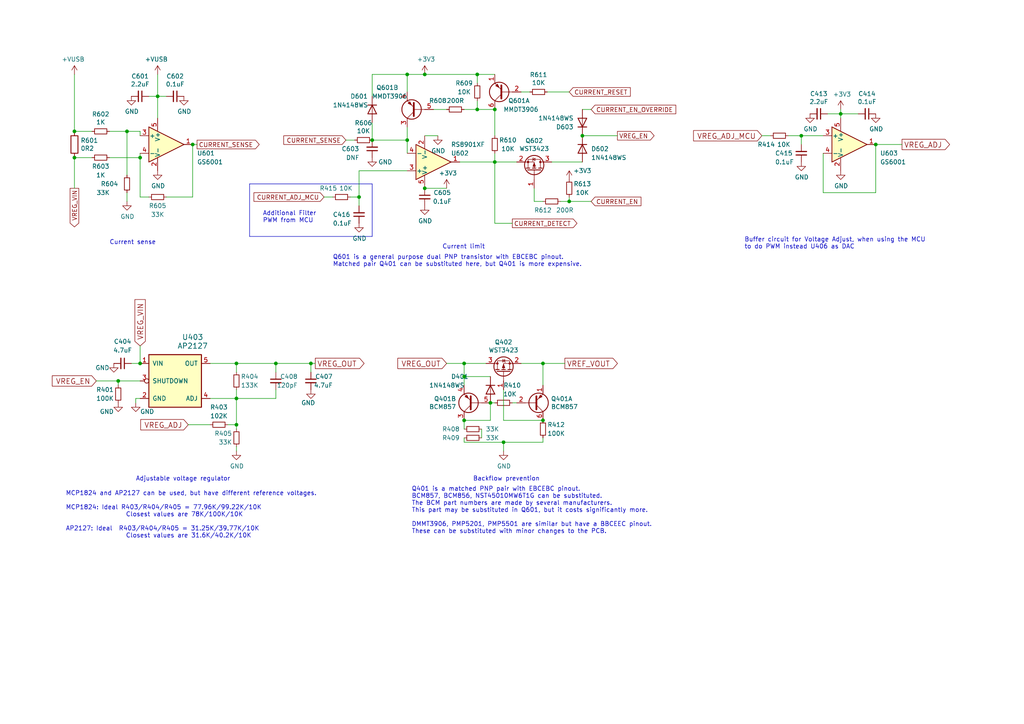
<source format=kicad_sch>
(kicad_sch (version 20230121) (generator eeschema)
  (paper "A4")
  (lib_symbols
    (symbol "Amplifier_Operational:MCP6001-OT" (pin_names (offset 0.127))
      (property "Reference" "U" (at -1.27 6.35 0))
      (property "Value" "MCP6001-OT" (at -1.27 3.81 0))
      (symbol "MCP6001-OT_0_1"
        (polyline (pts (xy -5.08 5.08) (xy 5.08 0) (xy -5.08 -5.08) (xy -5.08 5.08)) (stroke (width 0.254)) (fill (type background)))
        (pin power_in line (at -2.54 -7.62 90) (length 3.81) (name "V-") (number "2"))
        (pin power_in line (at -2.54 7.62 270) (length 3.81) (name "V+") (number "5"))
      )
      (symbol "MCP6001-OT_1_1"
        (pin output line (at 7.62 0 180) (length 2.54) (name "~") (number "1"))
        (pin input line (at -7.62 2.54 0) (length 2.54) (name "+") (number "3"))
        (pin input line (at -7.62 -2.54 0) (length 2.54) (name "-") (number "4"))
      )
    )
    (symbol "Amplifier_Operational:MCP6001x-LT" (pin_names (offset 0.127))
      (property "Reference" "U" (at -1.27 6.35 0))
      (property "Value" "MCP6001x-LT" (at -1.27 3.81 0))
      (symbol "MCP6001x-LT_0_1"
        (polyline (pts (xy -5.08 5.08) (xy 5.08 0) (xy -5.08 -5.08) (xy -5.08 5.08)) (stroke (width 0.254)) (fill (type background)))
        (pin power_in line (at -2.54 -7.62 90) (length 3.81) (name "V-") (number "2"))
        (pin power_in line (at -2.54 7.62 270) (length 3.81) (name "V+") (number "5"))
      )
      (symbol "MCP6001x-LT_1_1"
        (pin output line (at 7.62 0 180) (length 2.54) (name "~") (number "1"))
        (pin input line (at -7.62 2.54 0) (length 2.54) (name "+") (number "3"))
        (pin input line (at -7.62 -2.54 0) (length 2.54) (name "-") (number "4"))
      )
    )
    (symbol "BusPirate-5-rev8-rescue:+3.3V-power" (power) (pin_names (offset 0))
      (property "Value" "+3.3V-power" (at 0 3.556 0))
      (symbol "+3.3V-power_0_1"
        (polyline (pts (xy -0.762 1.27) (xy 0 2.54)))
        (polyline (pts (xy 0 0) (xy 0 2.54)))
        (polyline (pts (xy 0 2.54) (xy 0.762 1.27)))
      )
      (symbol "+3.3V-power_1_1"
        (pin power_in line (at 0 0 90) (length 0) hide (name "+3V3") (number "1"))
      )
    )
    (symbol "BusPirate-5-rev8-rescue:+VUSB-dp-power" (power) (pin_names (offset 1.016))
      (property "Value" "+VUSB-dp-power" (at 0 5.08 0))
      (symbol "+VUSB-dp-power_0_1"
        (polyline (pts (xy 0 0) (xy 0 2.54)))
        (polyline (pts (xy 0 2.54) (xy -0.762 1.27)))
        (polyline (pts (xy 0 2.54) (xy 0.762 1.27)))
      )
      (symbol "+VUSB-dp-power_1_1"
        (pin power_in line (at 0 0 90) (length 0) hide (name "+VUSB") (number "1"))
      )
    )
    (symbol "BusPirate-5-rev8-rescue:MCP1824-dp-vreg" (pin_names (offset 1.016))
      (property "Reference" "U" (at 0 12.7 0))
      (property "Value" "dp-vreg_MCP1824" (at 0 10.16 0))
      (symbol "MCP1824-dp-vreg_0_1"
        (rectangle (start -7.62 7.62) (end 7.62 -7.62) (stroke (width 0.3048)) (fill (type background)))
      )
      (symbol "MCP1824-dp-vreg_1_1"
        (pin input line (at -10.16 5.08 0) (length 2.54) (name "VIN") (number "1"))
        (pin input line (at -10.16 -5.08 0) (length 2.54) (name "GND") (number "2"))
        (pin input inverted (at -10.16 0 0) (length 2.54) (name "SHUTDOWN") (number "3"))
        (pin input line (at 10.16 -5.08 180) (length 2.54) (name "ADJ") (number "4"))
        (pin power_out line (at 10.16 5.08 180) (length 2.54) (name "OUT") (number "5"))
      )
    )
    (symbol "BusPirate-5-rev8-rescue:Q_DUAL_PNP_PNP_E1B1C2E2B2C1-kicad5-device" (pin_names (offset 0) hide)
      (property "Reference" "Q" (at 5.08 1.27 0))
      (property "Value" "kicad5-device_Q_DUAL_PNP_PNP_E1B1C2E2B2C1" (at 5.08 -1.27 0))
      (symbol "Q_DUAL_PNP_PNP_E1B1C2E2B2C1-kicad5-device_0_1"
        (polyline (pts (xy 0.635 0) (xy -2.54 0)))
        (polyline (pts (xy 0.635 0.635) (xy 2.54 2.54)))
        (polyline (pts (xy 0.635 -0.635) (xy 2.54 -2.54) (xy 2.54 -2.54)))
        (polyline (pts (xy 0.635 1.905) (xy 0.635 -1.905) (xy 0.635 -1.905)) (stroke (width 0.508)))
        (polyline (pts (xy 2.286 -1.778) (xy 1.778 -2.286) (xy 1.27 -1.27) (xy 2.286 -1.778) (xy 2.286 -1.778)) (fill (type outline)))
        (circle (center 1.27 0) (radius 2.8194) (stroke (width 0.254)))
      )
      (symbol "Q_DUAL_PNP_PNP_E1B1C2E2B2C1-kicad5-device_1_1"
        (pin passive line (at 2.54 -5.08 90) (length 2.54) (name "E1") (number "1"))
        (pin input line (at -5.08 0 0) (length 2.54) (name "B1") (number "2"))
        (pin passive line (at 2.54 5.08 270) (length 2.54) (name "C1") (number "6"))
      )
      (symbol "Q_DUAL_PNP_PNP_E1B1C2E2B2C1-kicad5-device_2_1"
        (pin passive line (at 2.54 5.08 270) (length 2.54) (name "C2") (number "3"))
        (pin passive line (at 2.54 -5.08 90) (length 2.54) (name "E2") (number "4"))
        (pin input line (at -5.08 0 0) (length 2.54) (name "B2") (number "5"))
      )
    )
    (symbol "Device:C_Small" (pin_numbers hide) (pin_names (offset 0.254) hide)
      (property "Reference" "C" (at 0.254 1.778 0))
      (property "Value" "C_Small" (at 0.254 -2.032 0))
      (symbol "C_Small_0_1"
        (polyline (pts (xy -1.524 -0.508) (xy 1.524 -0.508)) (stroke (width 0.3302)))
        (polyline (pts (xy -1.524 0.508) (xy 1.524 0.508)) (stroke (width 0.3048)))
      )
      (symbol "C_Small_1_1"
        (pin passive line (at 0 2.54 270) (length 2.032) (name "~") (number "1"))
        (pin passive line (at 0 -2.54 90) (length 2.032) (name "~") (number "2"))
      )
    )
    (symbol "Device:R" (pin_numbers hide) (pin_names (offset 0))
      (property "Reference" "R" (at 2.032 0 90))
      (property "Value" "R" (at 0 0 90))
      (symbol "R_0_1"
        (rectangle (start -1.016 -2.54) (end 1.016 2.54) (stroke (width 0.254)))
      )
      (symbol "R_1_1"
        (pin passive line (at 0 3.81 270) (length 1.27) (name "~") (number "1"))
        (pin passive line (at 0 -3.81 90) (length 1.27) (name "~") (number "2"))
      )
    )
    (symbol "Device:R_Small" (pin_numbers hide) (pin_names (offset 0.254) hide)
      (property "Reference" "R" (at 0.762 0.508 0))
      (property "Value" "R_Small" (at 0.762 -1.016 0))
      (symbol "R_Small_0_1"
        (rectangle (start -0.762 1.778) (end 0.762 -1.778) (stroke (width 0.2032)))
      )
      (symbol "R_Small_1_1"
        (pin passive line (at 0 2.54 270) (length 0.762) (name "~") (number "1"))
        (pin passive line (at 0 -2.54 90) (length 0.762) (name "~") (number "2"))
      )
    )
    (symbol "Diode:1N4148WS" (pin_numbers hide) (pin_names hide)
      (property "Reference" "D" (at 0 2.54 0))
      (property "Value" "1N4148WS" (at 0 -2.54 0))
      (symbol "1N4148WS_0_1"
        (polyline (pts (xy -1.27 1.27) (xy -1.27 -1.27)) (stroke (width 0.254)))
        (polyline (pts (xy 1.27 0) (xy -1.27 0)))
        (polyline (pts (xy 1.27 1.27) (xy 1.27 -1.27) (xy -1.27 0) (xy 1.27 1.27)) (stroke (width 0.254)))
      )
      (symbol "1N4148WS_1_1"
        (pin passive line (at -3.81 0 0) (length 2.54) (name "K") (number "1"))
        (pin passive line (at 3.81 0 180) (length 2.54) (name "A") (number "2"))
      )
    )
    (symbol "Transistor_FET:AO3401A" (pin_names hide)
      (property "Reference" "Q" (at 5.08 1.905 0))
      (property "Value" "AO3401A" (at 5.08 0 0))
      (symbol "AO3401A_0_1"
        (polyline (pts (xy 0.254 0) (xy -2.54 0)))
        (polyline (pts (xy 0.254 1.905) (xy 0.254 -1.905)) (stroke (width 0.254)))
        (polyline (pts (xy 0.762 -1.27) (xy 0.762 -2.286)) (stroke (width 0.254)))
        (polyline (pts (xy 0.762 0.508) (xy 0.762 -0.508)) (stroke (width 0.254)))
        (polyline (pts (xy 0.762 2.286) (xy 0.762 1.27)) (stroke (width 0.254)))
        (polyline (pts (xy 2.54 2.54) (xy 2.54 1.778)))
        (polyline (pts (xy 2.54 -2.54) (xy 2.54 0) (xy 0.762 0)))
        (polyline (pts (xy 0.762 1.778) (xy 3.302 1.778) (xy 3.302 -1.778) (xy 0.762 -1.778)))
        (polyline (pts (xy 2.286 0) (xy 1.27 0.381) (xy 1.27 -0.381) (xy 2.286 0)) (fill (type outline)))
        (polyline (pts (xy 2.794 -0.508) (xy 2.921 -0.381) (xy 3.683 -0.381) (xy 3.81 -0.254)))
        (polyline (pts (xy 3.302 -0.381) (xy 2.921 0.254) (xy 3.683 0.254) (xy 3.302 -0.381)))
        (circle (center 1.651 0) (radius 2.794) (stroke (width 0.254)))
        (circle (center 2.54 -1.778) (radius 0.254) (fill (type outline)))
        (circle (center 2.54 1.778) (radius 0.254) (fill (type outline)))
      )
      (symbol "AO3401A_1_1"
        (pin input line (at -5.08 0 0) (length 2.54) (name "G") (number "1"))
        (pin passive line (at 2.54 -5.08 90) (length 2.54) (name "S") (number "2"))
        (pin passive line (at 2.54 5.08 270) (length 2.54) (name "D") (number "3"))
      )
    )
    (symbol "power:GND" (power) (pin_names (offset 0))
      (property "Value" "GND" (at 0 -3.81 0))
      (symbol "GND_0_1"
        (polyline (pts (xy 0 0) (xy 0 -1.27) (xy 1.27 -1.27) (xy 0 -2.54) (xy -1.27 -1.27) (xy 0 -1.27)))
      )
      (symbol "GND_1_1"
        (pin power_in line (at 0 0 270) (length 0) hide (name "GND") (number "1"))
      )
    )
  )
  (junction (at 68.58 115.57))
  (junction (at 168.91 39.37))
  (junction (at 138.43 21.59))
  (junction (at 123.19 54.61))
  (junction (at 40.64 105.41))
  (junction (at 123.19 21.59))
  (junction (at 134.62 105.41))
  (junction (at 138.43 31.75))
  (junction (at 80.01 105.41))
  (junction (at 118.11 21.59))
  (junction (at 36.83 38.1))
  (junction (at 157.48 121.92))
  (junction (at 34.29 110.49))
  (junction (at 254 41.91))
  (junction (at 243.84 33.02))
  (junction (at 118.11 40.64))
  (junction (at 157.48 105.41))
  (junction (at 134.62 109.22))
  (junction (at 45.72 27.94))
  (junction (at 21.59 45.72))
  (junction (at 143.51 31.75))
  (junction (at 55.88 41.91))
  (junction (at 21.59 38.1))
  (junction (at 232.41 39.37))
  (junction (at 104.14 57.15))
  (junction (at 40.64 45.72))
  (junction (at 165.1 58.42))
  (junction (at 68.58 105.41))
  (junction (at 68.58 123.19))
  (junction (at 107.95 40.64))
  (junction (at 90.17 105.41))
  (junction (at 134.62 121.92))
  (junction (at 142.24 116.84))
  (junction (at 146.05 128.27))
  (junction (at 143.51 46.99))
  (wire (pts (xy 243.84 33.02) (xy 248.92 33.02)))
  (wire (pts (xy 54.61 123.19) (xy 60.96 123.19)))
  (wire (pts (xy 157.48 105.41) (xy 163.83 105.41)))
  (wire (pts (xy 238.76 44.45) (xy 238.76 55.88)))
  (wire (pts (xy 165.1 26.67) (xy 158.75 26.67)))
  (wire (pts (xy 104.14 49.53) (xy 104.14 57.15)))
  (wire (pts (xy 80.01 107.95) (xy 80.01 105.41)))
  (wire (pts (xy 238.76 55.88) (xy 254 55.88)))
  (wire (pts (xy 143.51 116.84) (xy 142.24 116.84)))
  (wire (pts (xy 148.59 116.84) (xy 149.86 116.84)))
  (wire (pts (xy 138.43 21.59) (xy 143.51 21.59)))
  (wire (pts (xy 261.62 41.91) (xy 254 41.91)))
  (wire (pts (xy 34.29 110.49) (xy 27.94 110.49)))
  (wire (pts (xy 45.72 27.94) (xy 48.26 27.94)))
  (wire (pts (xy 118.11 36.83) (xy 118.11 40.64)))
  (wire (pts (xy 157.48 121.92) (xy 146.05 121.92)))
  (wire (pts (xy 243.84 31.75) (xy 243.84 33.02)))
  (wire (pts (xy 123.19 21.59) (xy 118.11 21.59)))
  (wire (pts (xy 165.1 58.42) (xy 162.56 58.42)))
  (wire (pts (xy 123.19 54.61) (xy 129.54 54.61)))
  (wire (pts (xy 129.54 105.41) (xy 134.62 105.41)))
  (wire (pts (xy 134.62 111.76) (xy 134.62 109.22)))
  (wire (pts (xy 143.51 39.37) (xy 143.51 31.75)))
  (wire (pts (xy 123.19 39.37) (xy 127 39.37)))
  (wire (pts (xy 40.64 110.49) (xy 34.29 110.49)))
  (wire (pts (xy 68.58 124.46) (xy 68.58 123.19)))
  (wire (pts (xy 157.48 127) (xy 157.48 128.27)))
  (wire (pts (xy 45.72 27.94) (xy 45.72 21.59)))
  (wire (pts (xy 60.96 115.57) (xy 68.58 115.57)))
  (wire (pts (xy 153.67 26.67) (xy 151.13 26.67)))
  (wire (pts (xy 134.62 121.92) (xy 134.62 124.46)))
  (wire (pts (xy 31.75 38.1) (xy 36.83 38.1)))
  (wire (pts (xy 148.59 64.77) (xy 143.51 64.77)))
  (wire (pts (xy 102.87 40.64) (xy 100.33 40.64)))
  (wire (pts (xy 118.11 26.67) (xy 118.11 21.59)))
  (wire (pts (xy 134.62 127) (xy 134.62 128.27)))
  (wire (pts (xy 129.54 31.75) (xy 125.73 31.75)))
  (polyline (pts (xy 107.95 68.58) (xy 72.39 68.58)))
  (wire (pts (xy 40.64 38.1) (xy 40.64 39.37)))
  (wire (pts (xy 36.83 50.8) (xy 36.83 38.1)))
  (wire (pts (xy 171.45 31.75) (xy 168.91 31.75)))
  (wire (pts (xy 143.51 46.99) (xy 143.51 44.45)))
  (wire (pts (xy 243.84 34.29) (xy 243.84 33.02)))
  (wire (pts (xy 123.19 21.59) (xy 138.43 21.59)))
  (wire (pts (xy 45.72 27.94) (xy 45.72 34.29)))
  (wire (pts (xy 39.37 115.57) (xy 39.37 116.84)))
  (wire (pts (xy 133.35 46.99) (xy 143.51 46.99)))
  (wire (pts (xy 68.58 123.19) (xy 68.58 115.57)))
  (wire (pts (xy 157.48 128.27) (xy 146.05 128.27)))
  (wire (pts (xy 80.01 115.57) (xy 80.01 113.03)))
  (wire (pts (xy 43.18 27.94) (xy 45.72 27.94)))
  (wire (pts (xy 223.52 39.37) (xy 220.98 39.37)))
  (wire (pts (xy 68.58 115.57) (xy 68.58 113.03)))
  (wire (pts (xy 40.64 57.15) (xy 40.64 45.72)))
  (wire (pts (xy 232.41 39.37) (xy 228.6 39.37)))
  (wire (pts (xy 66.04 123.19) (xy 68.58 123.19)))
  (wire (pts (xy 26.67 38.1) (xy 21.59 38.1)))
  (wire (pts (xy 179.07 39.37) (xy 168.91 39.37)))
  (wire (pts (xy 90.17 105.41) (xy 90.17 107.95)))
  (wire (pts (xy 157.48 105.41) (xy 157.48 111.76)))
  (wire (pts (xy 40.64 45.72) (xy 31.75 45.72)))
  (wire (pts (xy 36.83 38.1) (xy 40.64 38.1)))
  (wire (pts (xy 40.64 100.33) (xy 40.64 105.41)))
  (wire (pts (xy 134.62 121.92) (xy 142.24 121.92)))
  (wire (pts (xy 171.45 58.42) (xy 165.1 58.42)))
  (wire (pts (xy 90.17 105.41) (xy 91.44 105.41)))
  (wire (pts (xy 55.88 57.15) (xy 48.26 57.15)))
  (wire (pts (xy 104.14 57.15) (xy 104.14 59.69)))
  (wire (pts (xy 68.58 115.57) (xy 80.01 115.57)))
  (polyline (pts (xy 72.39 68.58) (xy 72.39 53.34)))
  (wire (pts (xy 138.43 31.75) (xy 143.51 31.75)))
  (wire (pts (xy 55.88 41.91) (xy 57.15 41.91)))
  (wire (pts (xy 238.76 39.37) (xy 232.41 39.37)))
  (wire (pts (xy 68.58 130.81) (xy 68.58 129.54)))
  (wire (pts (xy 139.7 124.46) (xy 139.7 127)))
  (wire (pts (xy 40.64 44.45) (xy 40.64 45.72)))
  (wire (pts (xy 107.95 35.56) (xy 107.95 40.64)))
  (wire (pts (xy 138.43 24.13) (xy 138.43 21.59)))
  (wire (pts (xy 146.05 130.81) (xy 146.05 128.27)))
  (wire (pts (xy 160.02 46.99) (xy 168.91 46.99)))
  (wire (pts (xy 118.11 40.64) (xy 118.11 44.45)))
  (wire (pts (xy 232.41 41.91) (xy 232.41 39.37)))
  (wire (pts (xy 142.24 116.84) (xy 142.24 121.92)))
  (wire (pts (xy 21.59 38.1) (xy 21.59 21.59)))
  (wire (pts (xy 134.62 109.22) (xy 134.62 105.41)))
  (wire (pts (xy 80.01 105.41) (xy 90.17 105.41)))
  (wire (pts (xy 26.67 45.72) (xy 21.59 45.72)))
  (wire (pts (xy 38.1 105.41) (xy 40.64 105.41)))
  (wire (pts (xy 140.97 105.41) (xy 134.62 105.41)))
  (wire (pts (xy 43.18 57.15) (xy 40.64 57.15)))
  (wire (pts (xy 138.43 29.21) (xy 138.43 31.75)))
  (wire (pts (xy 36.83 55.88) (xy 36.83 58.42)))
  (wire (pts (xy 134.62 31.75) (xy 138.43 31.75)))
  (wire (pts (xy 154.94 58.42) (xy 154.94 54.61)))
  (wire (pts (xy 101.6 57.15) (xy 104.14 57.15)))
  (wire (pts (xy 21.59 45.72) (xy 21.59 54.61)))
  (wire (pts (xy 34.29 111.76) (xy 34.29 110.49)))
  (wire (pts (xy 118.11 49.53) (xy 104.14 49.53)))
  (wire (pts (xy 68.58 107.95) (xy 68.58 105.41)))
  (wire (pts (xy 40.64 115.57) (xy 39.37 115.57)))
  (wire (pts (xy 254 55.88) (xy 254 41.91)))
  (wire (pts (xy 68.58 105.41) (xy 80.01 105.41)))
  (polyline (pts (xy 72.39 53.34) (xy 107.95 53.34)))
  (wire (pts (xy 118.11 21.59) (xy 107.95 21.59)))
  (wire (pts (xy 157.48 58.42) (xy 154.94 58.42)))
  (wire (pts (xy 96.52 57.15) (xy 93.98 57.15)))
  (wire (pts (xy 142.24 109.22) (xy 134.62 109.22)))
  (wire (pts (xy 146.05 121.92) (xy 146.05 113.03)))
  (wire (pts (xy 165.1 57.15) (xy 165.1 58.42)))
  (wire (pts (xy 143.51 64.77) (xy 143.51 46.99)))
  (wire (pts (xy 60.96 105.41) (xy 68.58 105.41)))
  (wire (pts (xy 55.88 41.91) (xy 55.88 57.15)))
  (wire (pts (xy 149.86 46.99) (xy 143.51 46.99)))
  (polyline (pts (xy 107.95 53.34) (xy 107.95 68.58)))
  (wire (pts (xy 151.13 105.41) (xy 157.48 105.41)))
  (wire (pts (xy 146.05 128.27) (xy 134.62 128.27)))
  (wire (pts (xy 107.95 21.59) (xy 107.95 27.94)))
  (wire (pts (xy 107.95 40.64) (xy 118.11 40.64)))
  (wire (pts (xy 240.03 33.02) (xy 243.84 33.02)))
  (text "Backflow prevention" (at 137.16 139.7 0) (effects (font (size 1.27 1.27)) (justify left bottom)))
  (text "Q401 is a matched PNP pair with EBCEBC pinout.\nBCM857, BCM856, NST45010MW6T1G can be substituted. \nThe BCM part numbers are made by several manufacturers.\nThis part may be substituted in Q601, but it costs significantly more.\n\nDMMT3906, PMP5201, PMP5501 are similar but have a BBCEEC pinout.\nThese can be substituted with minor changes to the PCB." (at 119.38 154.94 0) (effects (font (size 1.27 1.27)) (justify left bottom)))
  (text "Adjustable voltage regulator" (at 39.37 139.7 0) (effects (font (size 1.27 1.27)) (justify left bottom)))
  (text "Additional Filter\nPWM from MCU" (at 76.2 64.77 0) (effects (font (size 1.27 1.27)) (justify left bottom)))
  (text "Current sense" (at 31.75 71.12 0) (effects (font (size 1.27 1.27)) (justify left bottom)))
  (text "MCP1824 and AP2127 can be used, but have different reference voltages.\n\nMCP1824: Ideal R403/R404/R405 = 77.96K/99.22K/10K\n                  Closest values are 78K/100K/10K\n\nAP2127: Ideal  R403/R404/R405 = 31.25K/39.77K/10K\n                  Closest values are 31.6K/40.2K/10K" (at 19.05 156.21 0) (effects (font (size 1.27 1.27)) (justify left bottom)))
  (text "Buffer circuit for Voltage Adjust, when using the MCU\nto do PWM instead U406 as DAC" (at 215.9 72.39 0) (effects (font (size 1.27 1.27)) (justify left bottom)))
  (text "Q601 is a general purpose dual PNP transistor with EBCEBC pinout. \nMatched pair Q401 can be substituted here, but Q401 is more expensive.\n" (at 96.52 77.47 0) (effects (font (size 1.27 1.27)) (justify left bottom)))
  (text "Current limit" (at 128.27 72.39 0) (effects (font (size 1.27 1.27)) (justify left bottom)))
  (global_label "VREG_EN" (shape output) (at 179.07 39.37 0) (property "Intersheetrefs" "${INTERSHEET_REFS}" (effects hide)))
  (global_label "CURRENT_EN" (shape input) (at 171.45 58.42 0) (property "Intersheetrefs" "${INTERSHEET_REFS}" (effects hide)))
  (global_label "CURRENT_EN_OVERRIDE" (shape input) (at 171.45 31.75 0) (property "Intersheetrefs" "${INTERSHEET_REFS}" (effects hide)))
  (global_label "VREG_ADJ" (shape output) (at 261.62 41.91 0) (effects (font (size 1.524 1.524))) (property "Intersheetrefs" "${INTERSHEET_REFS}" (effects hide)))
  (global_label "CURRENT_RESET" (shape input) (at 165.1 26.67 0) (property "Intersheetrefs" "${INTERSHEET_REFS}" (effects hide)))
  (global_label "VREF_VOUT" (shape output) (at 163.83 105.41 0) (effects (font (size 1.524 1.524))) (property "Intersheetrefs" "${INTERSHEET_REFS}" (effects hide)))
  (global_label "CURRENT_SENSE" (shape output) (at 57.15 41.91 0) (property "Intersheetrefs" "${INTERSHEET_REFS}" (effects hide)))
  (global_label "CURRENT_SENSE" (shape input) (at 100.33 40.64 180) (property "Intersheetrefs" "${INTERSHEET_REFS}" (effects hide)))
  (global_label "VREG_VIN" (shape input) (at 40.64 100.33 90) (effects (font (size 1.524 1.524))) (property "Intersheetrefs" "${INTERSHEET_REFS}" (effects hide)))
  (global_label "CURRENT_ADJ_MCU" (shape input) (at 93.98 57.15 180) (property "Intersheetrefs" "${INTERSHEET_REFS}" (effects hide)))
  (global_label "CURRENT_DETECT" (shape output) (at 148.59 64.77 0) (property "Intersheetrefs" "${INTERSHEET_REFS}" (effects hide)))
  (global_label "VREG_OUT" (shape input) (at 129.54 105.41 180) (effects (font (size 1.524 1.524))) (property "Intersheetrefs" "${INTERSHEET_REFS}" (effects hide)))
  (global_label "VREG_VIN" (shape output) (at 21.59 54.61 270) (property "Intersheetrefs" "${INTERSHEET_REFS}" (effects hide)))
  (global_label "VREG_EN" (shape input) (at 27.94 110.49 180) (effects (font (size 1.524 1.524))) (property "Intersheetrefs" "${INTERSHEET_REFS}" (effects hide)))
  (global_label "VREG_ADJ_MCU" (shape input) (at 220.98 39.37 180) (effects (font (size 1.524 1.524))) (property "Intersheetrefs" "${INTERSHEET_REFS}" (effects hide)))
  (global_label "VREG_OUT" (shape output) (at 91.44 105.41 0) (effects (font (size 1.524 1.524))) (property "Intersheetrefs" "${INTERSHEET_REFS}" (effects hide)))
  (global_label "VREG_ADJ" (shape input) (at 54.61 123.19 180) (effects (font (size 1.524 1.524))) (property "Intersheetrefs" "${INTERSHEET_REFS}" (effects hide)))
  (symbol (lib_id "BusPirate-5-rev8-rescue:MCP1824-dp-vreg") (at 50.8 110.49 0) (unit 1)
    (property "Reference" "U403" (at 55.88 97.79 0) (effects (font (size 1.524 1.524))))
    (property "Value" "AP2127" (at 55.88 100.33 0) (effects (font (size 1.524 1.524))))
    (property "Footprint" "Package_TO_SOT_SMD:SOT-23-5" (effects hide))
    (property "RMB" "2.68" (effects hide))
    (property "Supplier" " https://item.szlcsc.com/157049.html" (effects hide))
    (instances (project "working" (path "" (reference "U403") (unit 1))) (project "BusPirate-5-rev8" (path "" (reference "U403") (unit 1)) (path "" (reference "U?") (unit 1))))
  )
  (symbol (lib_id "power:GND") (at 39.37 116.84 0) (unit 1)
    (property "Reference" "#PWR0412" (effects hide))
    (property "Value" "GND" (at 40.64 119.38 0) (effects (justify left)))
  )
  (symbol (lib_id "Device:C_Small") (at 90.17 110.49 0) (unit 1)
    (property "Reference" "C407" (at 96.52 109.22 0) (effects (justify right)))
    (property "Value" "4.7uF" (at 96.52 111.76 0) (effects (justify right)))
    (property "Footprint" "Capacitor_SMD:C_0402_1005Metric" (effects hide))
    (property "RMB" "0.037726" (effects hide))
    (property "Supplier" "https://item.szlcsc.com/1877.html" (effects hide))
  )
  (symbol (lib_id "power:GND") (at 90.17 113.03 0) (unit 1)
    (property "Reference" "#PWR0419" (effects hide))
    (property "Value" "GND" (at 91.44 116.84 0) (effects (justify right)))
  )
  (symbol (lib_id "Transistor_FET:AO3401A") (at 146.05 107.95 90) (unit 1)
    (property "Reference" "Q402" (at 146.05 99.2378 90))
    (property "Value" "WST3423" (at 146.05 101.5492 90))
    (property "Footprint" "Package_TO_SOT_SMD:SOT-23" (effects hide))
    (property "Datasheet" "http://www.aosmd.com/pdfs/datasheet/AO3401A.pdf" (effects hide))
    (property "RMB" "0.232494" (effects hide))
    (property "Supplier" "https://item.szlcsc.com/76686.html" (effects hide))
  )
  (symbol (lib_id "Device:R_Small") (at 137.16 124.46 270) (unit 1)
    (property "Reference" "R408" (at 133.35 124.46 90) (effects (justify right)))
    (property "Value" "33K" (at 144.78 124.46 90) (effects (justify right)))
    (property "Footprint" "Resistor_SMD:R_0402_1005Metric" (effects hide))
    (property "RMB" "0.005541" (effects hide))
    (property "Supplier" "https://item.szlcsc.com/141563.html" (effects hide))
  )
  (symbol (lib_id "power:GND") (at 146.05 130.81 0) (unit 1)
    (property "Reference" "#PWR0426" (effects hide))
    (property "Value" "GND" (at 146.177 135.2042 0))
  )
  (symbol (lib_id "Device:R_Small") (at 157.48 124.46 0) (unit 1)
    (property "Reference" "R412" (at 158.75 123.19 0) (effects (justify left)))
    (property "Value" "100K" (at 158.75 125.73 0) (effects (justify left)))
    (property "Footprint" "Resistor_SMD:R_0402_1005Metric" (effects hide))
    (property "RMB" "0.005749" (effects hide))
    (property "Supplier" "https://item.szlcsc.com/61543.html" (effects hide))
  )
  (symbol (lib_id "Device:C_Small") (at 35.56 105.41 270) (unit 1)
    (property "Reference" "C404" (at 35.56 99.06 90))
    (property "Value" "4.7uF" (at 35.56 101.6 90))
    (property "Footprint" "Capacitor_SMD:C_0402_1005Metric" (effects hide))
    (property "RMB" "0.037726" (effects hide))
    (property "Supplier" "https://item.szlcsc.com/1877.html" (effects hide))
  )
  (symbol (lib_id "power:GND") (at 33.02 105.41 0) (unit 1)
    (property "Reference" "#PWR0410" (effects hide))
    (property "Value" "GND" (at 31.75 106.68 0) (effects (justify right)))
  )
  (symbol (lib_id "Device:R_Small") (at 34.29 114.3 0) (unit 1)
    (property "Reference" "R401" (at 33.02 113.03 0) (effects (justify right)))
    (property "Value" "100K" (at 33.02 115.57 0) (effects (justify right)))
    (property "Footprint" "Resistor_SMD:R_0402_1005Metric" (effects hide))
    (property "RMB" "0.005749" (effects hide))
    (property "Supplier" "https://item.szlcsc.com/61543.html" (effects hide))
  )
  (symbol (lib_id "power:GND") (at 34.29 116.84 0) (unit 1)
    (property "Reference" "#PWR0411" (effects hide))
    (property "Value" "GND" (at 33.02 119.38 0) (effects (justify right)))
  )
  (symbol (lib_id "Device:R_Small") (at 68.58 110.49 0) (unit 1)
    (property "Reference" "R404" (at 69.85 109.22 0) (effects (justify left)))
    (property "Value" "133K" (at 69.85 111.76 0) (effects (justify left)))
    (property "Footprint" "Resistor_SMD:R_0402_1005Metric" (effects hide))
    (property "RMB" "0.005749" (effects hide))
    (property "Supplier" "https://item.szlcsc.com/61543.html" (effects hide))
  )
  (symbol (lib_id "Device:R_Small") (at 68.58 127 0) (unit 1)
    (property "Reference" "R405" (at 67.31 125.73 0) (effects (justify right)))
    (property "Value" "33K" (at 67.31 128.27 0) (effects (justify right)))
    (property "Footprint" "Resistor_SMD:R_0402_1005Metric" (effects hide))
    (property "RMB" "0.004864" (effects hide))
    (property "Supplier" "https://item.szlcsc.com/61542.html" (effects hide))
  )
  (symbol (lib_id "Device:R_Small") (at 63.5 123.19 90) (unit 1)
    (property "Reference" "R403" (at 63.5 118.11 90))
    (property "Value" "102K" (at 63.5 120.65 90))
    (property "Footprint" "Resistor_SMD:R_0402_1005Metric" (effects hide))
    (property "RMB" "0.005944" (effects hide))
    (property "Supplier" "https://item.szlcsc.com/174835.html" (effects hide))
  )
  (symbol (lib_id "power:GND") (at 68.58 130.81 0) (unit 1)
    (property "Reference" "#PWR0417" (effects hide))
    (property "Value" "GND" (at 68.707 135.2042 0))
  )
  (symbol (lib_id "Device:R_Small") (at 29.21 38.1 270) (unit 1)
    (property "Reference" "R602" (at 29.21 33.1216 90))
    (property "Value" "1K" (at 29.21 35.433 90))
    (property "Footprint" "Resistor_SMD:R_0402_1005Metric" (effects hide))
    (property "RMB" "0.005622" (effects hide))
    (property "Supplier" "https://item.szlcsc.com/107450.html" (effects hide))
  )
  (symbol (lib_id "Device:R") (at 21.59 41.91 0) (unit 1)
    (property "Reference" "R601" (at 23.368 40.7416 0) (effects (justify left)))
    (property "Value" "0R2" (at 23.368 43.053 0) (effects (justify left)))
    (property "Footprint" "Resistor_SMD:R_2512_6332Metric_Pad1.40x3.35mm_HandSolder" (effects hide))
    (property "RMB" "0.418328" (effects hide))
    (property "Supplier" "https://item.szlcsc.com/464030.html" (effects hide))
  )
  (symbol (lib_id "Device:R_Small") (at 29.21 45.72 270) (unit 1)
    (property "Reference" "R603" (at 29.21 48.26 90))
    (property "Value" "1K" (at 29.21 50.8 90))
    (property "Footprint" "Resistor_SMD:R_0402_1005Metric" (effects hide))
    (property "RMB" "0.005622" (effects hide))
    (property "Supplier" "https://item.szlcsc.com/107450.html" (effects hide))
  )
  (symbol (lib_id "Device:R_Small") (at 36.83 53.34 180) (unit 1)
    (property "Reference" "R604" (at 29.21 53.34 0) (effects (justify right)))
    (property "Value" "33K" (at 27.94 55.88 0) (effects (justify right)))
    (property "Footprint" "Resistor_SMD:R_0402_1005Metric" (effects hide))
    (property "RMB" "0.005541" (effects hide))
    (property "Supplier" "https://item.szlcsc.com/141563.html" (effects hide))
  )
  (symbol (lib_id "power:GND") (at 36.83 58.42 0) (unit 1)
    (property "Reference" "#PWR0602" (effects hide))
    (property "Value" "GND" (at 36.957 62.8142 0))
  )
  (symbol (lib_id "Amplifier_Operational:MCP6001-OT") (at 48.26 41.91 0) (unit 1)
    (property "Reference" "U601" (at 57.15 44.45 0) (effects (justify left)))
    (property "Value" "GS6001" (at 57.15 46.99 0) (effects (justify left)))
    (property "Footprint" "Package_TO_SOT_SMD:SOT-23-5" (effects hide))
    (property "Datasheet" "http://ww1.microchip.com/downloads/en/DeviceDoc/21733j.pdf" (effects hide))
    (property "Supplier" "http://www.microchip.com/wwwproducts/MCP6001" (effects hide))
    (property "USD" "0.18" (effects hide))
  )
  (symbol (lib_id "power:GND") (at 45.72 49.53 0) (unit 1)
    (property "Reference" "#PWR0605" (effects hide))
    (property "Value" "GND" (at 45.847 53.9242 0))
  )
  (symbol (lib_id "Device:R_Small") (at 45.72 57.15 270) (unit 1)
    (property "Reference" "R605" (at 45.72 59.69 90))
    (property "Value" "33K" (at 45.72 62.23 90))
    (property "Footprint" "Resistor_SMD:R_0402_1005Metric" (effects hide))
    (property "RMB" "0.005541" (effects hide))
    (property "Supplier" "https://item.szlcsc.com/141563.html" (effects hide))
  )
  (symbol (lib_id "Device:C_Small") (at 50.8 27.94 270) (unit 1)
    (property "Reference" "C602" (at 50.8 22.1234 90))
    (property "Value" "0.1uF" (at 50.8 24.4348 90))
    (property "Footprint" "Capacitor_SMD:C_0402_1005Metric" (effects hide))
    (property "RMB" "0.00628" (effects hide))
    (property "Supplier" "https://item.szlcsc.com/1877.html" (effects hide))
  )
  (symbol (lib_id "Device:C_Small") (at 40.64 27.94 270) (unit 1)
    (property "Reference" "C601" (at 40.64 22.1234 90))
    (property "Value" "2.2uF" (at 40.64 24.4348 90))
    (property "Footprint" "Capacitor_SMD:C_0402_1005Metric" (effects hide))
    (property "RMB" "0.043101" (effects hide))
    (property "Supplier" "https://item.szlcsc.com/108589.html" (effects hide))
  )
  (symbol (lib_id "power:GND") (at 53.34 27.94 0) (unit 1)
    (property "Reference" "#PWR0606" (effects hide))
    (property "Value" "GND" (at 53.467 32.3342 0))
  )
  (symbol (lib_id "power:GND") (at 38.1 27.94 0) (unit 1)
    (property "Reference" "#PWR0603" (effects hide))
    (property "Value" "GND" (at 38.227 32.3342 0))
  )
  (symbol (lib_id "Device:R_Small") (at 105.41 40.64 270) (unit 1)
    (property "Reference" "R606" (at 105.41 35.6616 90))
    (property "Value" "10K" (at 105.41 37.973 90))
    (property "Footprint" "Resistor_SMD:R_0402_1005Metric" (effects hide))
  )
  (symbol (lib_id "Device:C_Small") (at 107.95 43.18 180) (unit 1)
    (property "Reference" "C603" (at 99.06 43.18 0) (effects (justify right)))
    (property "Value" "DNF" (at 100.33 45.72 0) (effects (justify right)))
    (property "Footprint" "Capacitor_SMD:C_0402_1005Metric" (effects hide))
  )
  (symbol (lib_id "power:GND") (at 107.95 45.72 0) (unit 1)
    (property "Reference" "#PWR0607" (effects hide))
    (property "Value" "GND" (at 111.76 46.99 0))
  )
  (symbol (lib_id "Amplifier_Operational:MCP6001x-LT") (at 125.73 46.99 0) (mirror x) (unit 1)
    (property "Reference" "U602" (at 130.81 44.45 0) (effects (justify left)))
    (property "Value" "RS8901XF" (at 130.81 41.91 0) (effects (justify left)))
    (property "Footprint" "Package_TO_SOT_SMD:SOT-23-5" (effects hide))
    (property "Datasheet" "http://ww1.microchip.com/downloads/en/DeviceDoc/21733j.pdf" (effects hide))
    (property "USD" "0.28" (effects hide))
    (property "Supplier" "http://www.microchip.com/wwwproducts/MCP6541" (effects hide))
  )
  (symbol (lib_id "BusPirate-5-rev8-rescue:+3.3V-power") (at 123.19 21.59 0) (unit 1)
    (property "Reference" "#PWR0609" (effects hide))
    (property "Value" "+3.3V" (at 123.571 17.1958 0))
  )
  (symbol (lib_id "Device:C_Small") (at 123.19 57.15 0) (unit 1)
    (property "Reference" "C605" (at 128.27 55.88 0))
    (property "Value" "0.1uF" (at 128.27 58.42 0))
    (property "Footprint" "Capacitor_SMD:C_0402_1005Metric" (effects hide))
    (property "RMB" "0.00628" (effects hide))
    (property "Supplier" "https://item.szlcsc.com/1877.html" (effects hide))
  )
  (symbol (lib_id "power:GND") (at 123.19 59.69 0) (unit 1)
    (property "Reference" "#PWR0610" (effects hide))
    (property "Value" "GND" (at 123.317 64.0842 0))
  )
  (symbol (lib_id "BusPirate-5-rev8-rescue:+VUSB-dp-power") (at 45.72 21.59 0) (unit 1)
    (property "Reference" "#PWR0604" (effects hide))
    (property "Value" "+VUSB" (at 45.339 17.1958 0))
  )
  (symbol (lib_id "BusPirate-5-rev8-rescue:+VUSB-dp-power") (at 21.59 21.59 0) (unit 1)
    (property "Reference" "#PWR0601" (effects hide))
    (property "Value" "+VUSB" (at 21.209 17.1958 0))
  )
  (symbol (lib_id "Diode:1N4148WS") (at 107.95 31.75 270) (unit 1)
    (property "Reference" "D601" (at 101.6 27.94 90) (effects (justify left)))
    (property "Value" "1N4148WS" (at 96.52 30.48 90) (effects (justify left)))
    (property "Footprint" "Diode_SMD:D_SOD-323" (effects hide))
    (property "Datasheet" "https://www.vishay.com/docs/85751/1n4148ws.pdf" (effects hide))
    (property "RMB" "0.182079" (effects hide))
    (property "Supplier" "https://item.szlcsc.com/120141.html" (effects hide))
  )
  (symbol (lib_id "Device:R_Small") (at 137.16 127 270) (unit 1)
    (property "Reference" "R409" (at 133.35 127 90) (effects (justify right)))
    (property "Value" "33K" (at 144.78 127 90) (effects (justify right)))
    (property "Footprint" "Resistor_SMD:R_0402_1005Metric" (effects hide))
    (property "RMB" "0.005541" (effects hide))
    (property "Supplier" "https://item.szlcsc.com/141563.html" (effects hide))
  )
  (symbol (lib_id "BusPirate-5-rev8-rescue:+3.3V-power") (at 129.54 54.61 0) (unit 1)
    (property "Reference" "#PWR0612" (effects hide))
    (property "Value" "+3.3V" (at 129.921 50.2158 0))
  )
  (symbol (lib_id "Diode:1N4148WS") (at 142.24 113.03 270) (unit 1)
    (property "Reference" "D401" (at 130.81 109.22 90) (effects (justify left)))
    (property "Value" "1N4148WS" (at 124.46 111.76 90) (effects (justify left)))
    (property "Footprint" "Diode_SMD:D_SOD-323" (effects hide))
    (property "Datasheet" "https://www.vishay.com/docs/85751/1n4148ws.pdf" (effects hide))
    (property "RMB" "0.182079" (effects hide))
    (property "Supplier" "https://item.szlcsc.com/120141.html" (effects hide))
  )
  (symbol (lib_id "Device:R_Small") (at 146.05 116.84 270) (unit 1)
    (property "Reference" "R410" (at 151.13 111.76 90) (effects (justify right)))
    (property "Value" "10K" (at 149.86 114.3 90) (effects (justify right)))
    (property "Footprint" "Resistor_SMD:R_0402_1005Metric" (effects hide))
    (property "RMB" "0.005541" (effects hide))
    (property "Supplier" "https://item.szlcsc.com/141563.html" (effects hide))
  )
  (symbol (lib_id "power:GND") (at 127 39.37 0) (unit 1)
    (property "Reference" "#PWR0611" (effects hide))
    (property "Value" "GND" (at 127.127 43.7642 0))
  )
  (symbol (lib_id "Device:R_Small") (at 132.08 31.75 90) (unit 1)
    (property "Reference" "R608" (at 127 29.21 90))
    (property "Value" "200R" (at 132.08 29.21 90))
    (property "Footprint" "Resistor_SMD:R_0402_1005Metric" (effects hide))
  )
  (symbol (lib_id "Device:R_Small") (at 138.43 26.67 0) (unit 1)
    (property "Reference" "R609" (at 134.62 24.13 0))
    (property "Value" "10K" (at 134.62 26.67 0))
    (property "Footprint" "Resistor_SMD:R_0402_1005Metric" (effects hide))
  )
  (symbol (lib_id "Device:R_Small") (at 143.51 41.91 0) (unit 1)
    (property "Reference" "R610" (at 147.32 40.64 0))
    (property "Value" "10K" (at 147.32 43.18 0))
    (property "Footprint" "Resistor_SMD:R_0402_1005Metric" (effects hide))
  )
  (symbol (lib_id "Transistor_FET:AO3401A") (at 154.94 49.53 270) (mirror x) (unit 1)
    (property "Reference" "Q602" (at 154.94 40.8178 90))
    (property "Value" "WST3423" (at 154.94 43.1292 90))
    (property "Footprint" "Package_TO_SOT_SMD:SOT-23" (effects hide))
    (property "Datasheet" "http://www.aosmd.com/pdfs/datasheet/AO3401A.pdf" (effects hide))
    (property "RMB" "0.232494" (effects hide))
    (property "Supplier" "https://item.szlcsc.com/76686.html" (effects hide))
  )
  (symbol (lib_id "Device:R_Small") (at 160.02 58.42 90) (unit 1)
    (property "Reference" "R612" (at 157.48 60.96 90))
    (property "Value" "200R" (at 163.83 60.96 90))
    (property "Footprint" "Resistor_SMD:R_0402_1005Metric" (effects hide))
  )
  (symbol (lib_id "Device:R_Small") (at 165.1 54.61 0) (unit 1)
    (property "Reference" "R613" (at 168.91 53.34 0))
    (property "Value" "10K" (at 168.91 55.88 0))
    (property "Footprint" "Resistor_SMD:R_0402_1005Metric" (effects hide))
  )
  (symbol (lib_id "BusPirate-5-rev8-rescue:+3.3V-power") (at 165.1 52.07 0) (unit 1)
    (property "Reference" "#PWR0613" (effects hide))
    (property "Value" "+3.3V" (at 168.91 49.53 0))
  )
  (symbol (lib_id "Device:R_Small") (at 156.21 26.67 270) (unit 1)
    (property "Reference" "R611" (at 156.21 21.6916 90))
    (property "Value" "10K" (at 156.21 24.003 90))
    (property "Footprint" "Resistor_SMD:R_0402_1005Metric" (effects hide))
  )
  (symbol (lib_id "BusPirate-5-rev8-rescue:Q_DUAL_PNP_PNP_E1B1C2E2B2C1-kicad5-device") (at 146.05 26.67 180) (unit 1)
    (property "Reference" "Q601" (at 153.67 29.21 0) (effects (justify left)))
    (property "Value" "MMDT3906" (at 156.21 31.75 0) (effects (justify left)))
    (property "Footprint" "Package_TO_SOT_SMD:SOT-363_SC-70-6" (effects hide))
  )
  (symbol (lib_id "BusPirate-5-rev8-rescue:Q_DUAL_PNP_PNP_E1B1C2E2B2C1-kicad5-device") (at 120.65 31.75 180) (unit 2)
    (property "Reference" "Q601" (at 115.57 25.4 0) (effects (justify left)))
    (property "Value" "MMDT3906" (at 118.11 27.94 0) (effects (justify left)))
    (property "Footprint" "Package_TO_SOT_SMD:SOT-363_SC-70-6" (effects hide))
  )
  (symbol (lib_id "BusPirate-5-rev8-rescue:Q_DUAL_PNP_PNP_E1B1C2E2B2C1-kicad5-device") (at 154.94 116.84 0) (mirror x) (unit 1)
    (property "Reference" "Q401" (at 159.7914 115.6716 0) (effects (justify left)))
    (property "Value" "BCM857" (at 159.7914 117.983 0) (effects (justify left)))
    (property "Footprint" "Package_TO_SOT_SMD:SOT-363_SC-70-6" (effects hide))
  )
  (symbol (lib_id "BusPirate-5-rev8-rescue:Q_DUAL_PNP_PNP_E1B1C2E2B2C1-kicad5-device") (at 137.16 116.84 180) (unit 2)
    (property "Reference" "Q401" (at 132.3086 115.6716 0) (effects (justify left)))
    (property "Value" "BCM857" (at 132.3086 117.983 0) (effects (justify left)))
    (property "Footprint" "Package_TO_SOT_SMD:SOT-363_SC-70-6" (effects hide))
  )
  (symbol (lib_id "Diode:1N4148WS") (at 168.91 43.18 270) (unit 1)
    (property "Reference" "D602" (at 171.45 43.18 90) (effects (justify left)))
    (property "Value" "1N4148WS" (at 171.45 45.72 90) (effects (justify left)))
    (property "Footprint" "Diode_SMD:D_SOD-323" (effects hide))
    (property "Datasheet" "https://www.vishay.com/docs/85751/1n4148ws.pdf" (effects hide))
    (property "RMB" "0.182079" (effects hide))
    (property "Supplier" "https://item.szlcsc.com/120141.html" (effects hide))
  )
  (symbol (lib_id "Diode:1N4148WS") (at 168.91 35.56 90) (unit 1)
    (property "Reference" "D603" (at 166.37 36.83 90) (effects (justify left)))
    (property "Value" "1N4148WS" (at 166.37 34.29 90) (effects (justify left)))
    (property "Footprint" "Diode_SMD:D_SOD-323" (effects hide))
    (property "Datasheet" "https://www.vishay.com/docs/85751/1n4148ws.pdf" (effects hide))
    (property "RMB" "0.182079" (effects hide))
    (property "Supplier" "https://item.szlcsc.com/120141.html" (effects hide))
  )
  (symbol (lib_id "Amplifier_Operational:MCP6001-OT") (at 246.38 41.91 0) (unit 1)
    (property "Reference" "U603" (at 255.27 44.45 0) (effects (justify left)))
    (property "Value" "GS6001" (at 255.27 46.99 0) (effects (justify left)))
    (property "Footprint" "Package_TO_SOT_SMD:SOT-23-5" (effects hide))
    (property "Datasheet" "http://ww1.microchip.com/downloads/en/DeviceDoc/21733j.pdf" (effects hide))
    (property "Supplier" "http://www.microchip.com/wwwproducts/MCP6001" (effects hide))
    (property "USD" "0.18" (effects hide))
  )
  (symbol (lib_id "power:GND") (at 243.84 49.53 0) (unit 1)
    (property "Reference" "#PWR0132" (effects hide))
    (property "Value" "GND" (at 243.967 53.9242 0))
  )
  (symbol (lib_id "BusPirate-5-rev8-rescue:+3.3V-power") (at 243.84 31.75 0) (unit 1)
    (property "Reference" "#PWR0133" (effects hide))
    (property "Value" "+3.3V" (at 244.221 27.3558 0))
  )
  (symbol (lib_id "Device:C_Small") (at 237.49 33.02 270) (unit 1)
    (property "Reference" "C413" (at 237.49 27.2034 90))
    (property "Value" "2.2uF" (at 237.49 29.5148 90))
    (property "Footprint" "Capacitor_SMD:C_0402_1005Metric" (effects hide))
    (property "RMB" "0.043101" (effects hide))
    (property "Supplier" "https://item.szlcsc.com/108589.html" (effects hide))
  )
  (symbol (lib_id "Device:C_Small") (at 251.46 33.02 270) (unit 1)
    (property "Reference" "C414" (at 251.46 27.2034 90))
    (property "Value" "0.1uF" (at 251.46 29.5148 90))
    (property "Footprint" "Capacitor_SMD:C_0402_1005Metric" (effects hide))
    (property "RMB" "0.00628" (effects hide))
    (property "Supplier" "https://item.szlcsc.com/1877.html" (effects hide))
  )
  (symbol (lib_id "power:GND") (at 254 33.02 0) (unit 1)
    (property "Reference" "#PWR0134" (effects hide))
    (property "Value" "GND" (at 254.127 37.4142 0))
  )
  (symbol (lib_id "power:GND") (at 234.95 33.02 0) (unit 1)
    (property "Reference" "#PWR0135" (effects hide))
    (property "Value" "GND" (at 235.077 37.4142 0))
  )
  (symbol (lib_id "Device:C_Small") (at 232.41 44.45 180) (unit 1)
    (property "Reference" "C415" (at 224.79 44.45 0) (effects (justify right)))
    (property "Value" "0.1uF" (at 224.79 46.99 0) (effects (justify right)))
    (property "Footprint" "Capacitor_SMD:C_0402_1005Metric" (effects hide))
  )
  (symbol (lib_id "Device:R_Small") (at 226.06 39.37 270) (unit 1)
    (property "Reference" "R414" (at 222.25 41.91 90))
    (property "Value" "10K" (at 227.33 41.91 90))
    (property "Footprint" "Resistor_SMD:R_0402_1005Metric" (effects hide))
  )
  (symbol (lib_id "power:GND") (at 232.41 46.99 0) (unit 1)
    (property "Reference" "#PWR0136" (effects hide))
    (property "Value" "GND" (at 232.537 51.3842 0))
  )
  (symbol (lib_id "Device:R_Small") (at 99.06 57.15 270) (unit 1)
    (property "Reference" "R415" (at 95.25 54.61 90))
    (property "Value" "10K" (at 100.33 54.61 90))
    (property "Footprint" "Resistor_SMD:R_0402_1005Metric" (effects hide))
  )
  (symbol (lib_id "Device:C_Small") (at 104.14 62.23 180) (unit 1)
    (property "Reference" "C416" (at 96.52 62.23 0) (effects (justify right)))
    (property "Value" "0.1uF" (at 96.52 64.77 0) (effects (justify right)))
    (property "Footprint" "Capacitor_SMD:C_0402_1005Metric" (effects hide))
  )
  (symbol (lib_id "power:GND") (at 104.14 64.77 0) (unit 1)
    (property "Reference" "#PWR0137" (effects hide))
    (property "Value" "GND" (at 104.267 69.1642 0))
  )
  (symbol (lib_id "Device:C_Small") (at 80.01 110.49 0) (unit 1)
    (property "Reference" "C408" (at 86.36 109.22 0) (effects (justify right)))
    (property "Value" "120pF" (at 86.36 111.76 0) (effects (justify right)))
    (property "Footprint" "Capacitor_SMD:C_0402_1005Metric" (effects hide))
    (property "RMB" "0.037726" (effects hide))
    (property "Supplier" "https://item.szlcsc.com/1877.html" (effects hide))
  )
)
</source>
